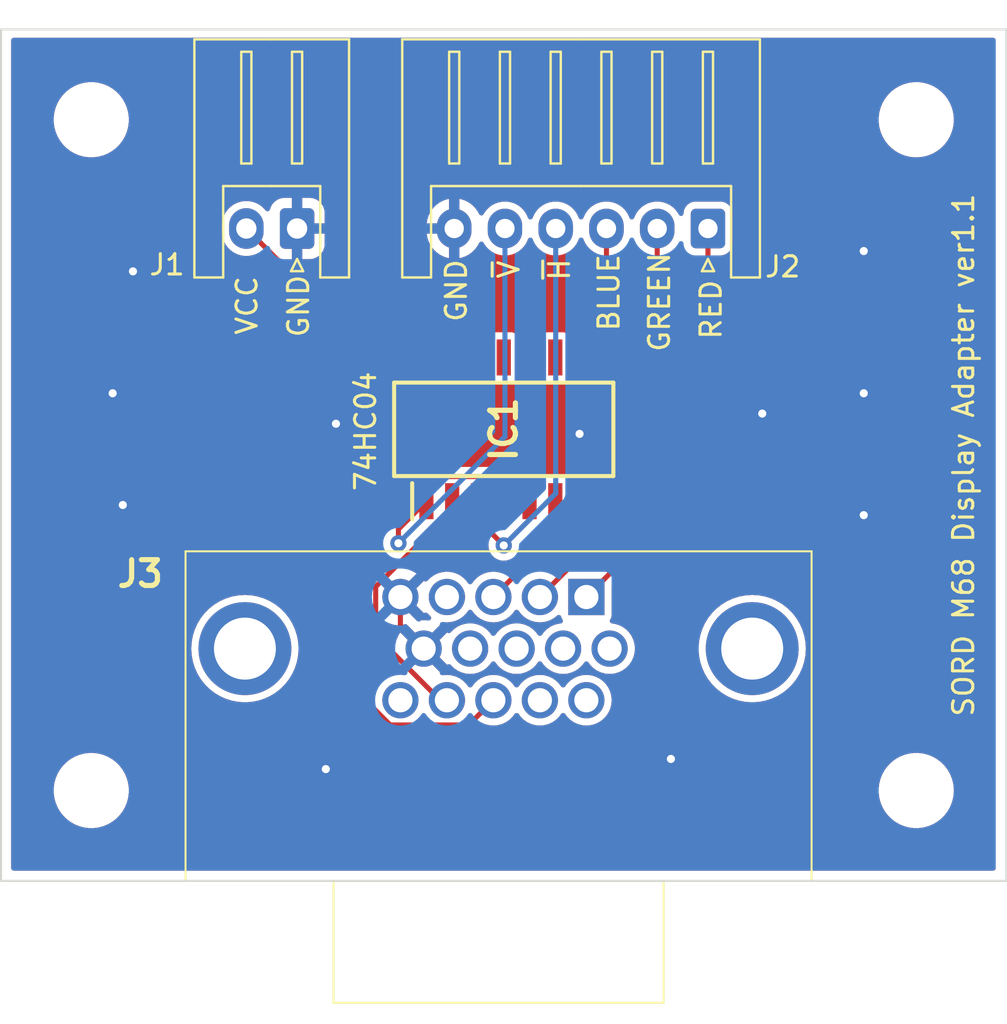
<source format=kicad_pcb>
(kicad_pcb (version 20240108) (generator "pcbnew") (generator_version "8.0")
  (layers (0 "F.Cu" signal) (31 "B.Cu" signal) (34 "B.Paste" user) (35 "F.Paste" user) (36 "B.SilkS" user "B.Silkscreen") (37 "F.SilkS" user "F.Silkscreen") (38 "B.Mask" user) (39 "F.Mask" user) (44 "Edge.Cuts" user))
  (net 0 "")
  (net 1 "Net-(IC1-1A)")
  (net 2 "/VSYNC")
  (net 3 "Net-(IC1-2A)")
  (net 4 "/HSYNC")
  (net 7 "GND")
  (net 14 "VCC")
  (net 15 "/RED")
  (net 16 "/GREEN")
  (net 17 "/BLUE")
  (footprint "MountingHole:MountingHole_3.2mm_M3" (layer "F.Cu") (at 54.445 145.555)
    (property "Reference" "MH" (hide yes))
    (property "Value" "MountingHole_3.2mm_M3" (hide yes))
    (pad "" np_thru_hole circle (at 0 0) (size 3.2 3.2) (drill 3.2) (layers "*.Cu" "*.Mask"))
  )
  (footprint "SamacSys_Parts:SOIC127P780X190-14N" (layer "F.Cu") (at 74.765 127.775 90)
    (property "Reference" "IC1" (at 0 0 90) (layer "F.SilkS") (effects (font (size 1.27 1.27) (thickness 0.254))))
    (property "Value" "TC74HC04AF_EL,F_" (hide yes))
    (fp_line (start 2.3 -5.4) (end 2.3 5.4) (stroke (width 0.2)) (layer "F.SilkS"))
    (fp_line (start -2.3 -5.4) (end 2.3 -5.4) (stroke (width 0.2)) (layer "F.SilkS"))
    (fp_line (start -4.425 -4.51) (end -2.65 -4.51) (stroke (width 0.2)) (layer "F.SilkS"))
    (fp_line (start 2.3 5.4) (end -2.3 5.4) (stroke (width 0.2)) (layer "F.SilkS"))
    (fp_line (start -2.3 5.4) (end -2.3 -5.4) (stroke (width 0.2)) (layer "F.SilkS"))
    (pad "1" smd rect (at -3.538 -3.81 180) (size 0.7 1.775) (layers "F.Cu" "F.Paste" "F.Mask") (net 1 "Net-(IC1-1A)"))
    (pad "2" smd rect (at -3.538 -2.54 180) (size 0.7 1.775) (layers "F.Cu" "F.Paste" "F.Mask") (net 2 "/VSYNC"))
    (pad "3" smd rect (at -3.538 -1.27 180) (size 0.7 1.775) (layers "F.Cu" "F.Paste" "F.Mask") (net 3 "Net-(IC1-2A)"))
    (pad "4" smd rect (at -3.538 0 180) (size 0.7 1.775) (layers "F.Cu" "F.Paste" "F.Mask") (net 4 "/HSYNC"))
    (pad "5" smd rect (at -3.538 1.27 180) (size 0.7 1.775) (layers "F.Cu" "F.Paste" "F.Mask"))
    (pad "6" smd rect (at -3.538 2.54 180) (size 0.7 1.775) (layers "F.Cu" "F.Paste" "F.Mask"))
    (pad "7" smd rect (at -3.538 3.81 180) (size 0.7 1.775) (layers "F.Cu" "F.Paste" "F.Mask") (net 7 "GND"))
    (pad "8" smd rect (at 3.538 3.81 180) (size 0.7 1.775) (layers "F.Cu" "F.Paste" "F.Mask"))
    (pad "9" smd rect (at 3.538 2.54 180) (size 0.7 1.775) (layers "F.Cu" "F.Paste" "F.Mask"))
    (pad "10" smd rect (at 3.538 1.27 180) (size 0.7 1.775) (layers "F.Cu" "F.Paste" "F.Mask"))
    (pad "11" smd rect (at 3.538 0 180) (size 0.7 1.775) (layers "F.Cu" "F.Paste" "F.Mask"))
    (pad "12" smd rect (at 3.538 -1.27 180) (size 0.7 1.775) (layers "F.Cu" "F.Paste" "F.Mask"))
    (pad "13" smd rect (at 3.538 -2.54 180) (size 0.7 1.775) (layers "F.Cu" "F.Paste" "F.Mask"))
    (pad "14" smd rect (at 3.538 -3.81 180) (size 0.7 1.775) (layers "F.Cu" "F.Paste" "F.Mask") (net 14 "VCC"))
  )
  (footprint "Connector_JST:JST_XH_S2B-XH-A_1x02_P2.50mm_Horizontal" (layer "F.Cu") (at 64.585 117.89 180)
    (property "Reference" "J1" (at 6.4062 -1.7824 0) (layer "F.SilkS"))
    (property "Value" "Conn_01x02")
    (fp_line (start 5.06 9.31) (end 5.06 -2.41) (stroke (width 0.12)) (layer "F.SilkS"))
    (fp_line (start 5.06 -2.41) (end 3.64 -2.41) (stroke (width 0.12)) (layer "F.SilkS"))
    (fp_line (start 3.64 2.09) (end 1.25 2.09) (stroke (width 0.12)) (layer "F.SilkS"))
    (fp_line (start 3.64 -2.41) (end 3.64 2.09) (stroke (width 0.12)) (layer "F.SilkS"))
    (fp_line (start 2.75 8.7) (end 2.75 3.2) (stroke (width 0.12)) (layer "F.SilkS"))
    (fp_line (start 2.75 3.2) (end 2.25 3.2) (stroke (width 0.12)) (layer "F.SilkS"))
    (fp_line (start 2.25 8.7) (end 2.75 8.7) (stroke (width 0.12)) (layer "F.SilkS"))
    (fp_line (start 2.25 3.2) (end 2.25 8.7) (stroke (width 0.12)) (layer "F.SilkS"))
    (fp_line (start 1.25 9.31) (end 5.06 9.31) (stroke (width 0.12)) (layer "F.SilkS"))
    (fp_line (start 1.25 9.31) (end -2.56 9.31) (stroke (width 0.12)) (layer "F.SilkS"))
    (fp_line (start 0.3 -2.1) (end 0 -1.5) (stroke (width 0.12)) (layer "F.SilkS"))
    (fp_line (start 0.25 8.7) (end 0.25 3.2) (stroke (width 0.12)) (layer "F.SilkS"))
    (fp_line (start 0.25 3.2) (end -0.25 3.2) (stroke (width 0.12)) (layer "F.SilkS"))
    (fp_line (start 0 -1.5) (end -0.3 -2.1) (stroke (width 0.12)) (layer "F.SilkS"))
    (fp_line (start -0.25 8.7) (end 0.25 8.7) (stroke (width 0.12)) (layer "F.SilkS"))
    (fp_line (start -0.25 3.2) (end -0.25 8.7) (stroke (width 0.12)) (layer "F.SilkS"))
    (fp_line (start -0.3 -2.1) (end 0.3 -2.1) (stroke (width 0.12)) (layer "F.SilkS"))
    (fp_line (start -1.14 2.09) (end 1.25 2.09) (stroke (width 0.12)) (layer "F.SilkS"))
    (fp_line (start -1.14 -2.41) (end -1.14 2.09) (stroke (width 0.12)) (layer "F.SilkS"))
    (fp_line (start -2.56 9.31) (end -2.56 -2.41) (stroke (width 0.12)) (layer "F.SilkS"))
    (fp_line (start -2.56 -2.41) (end -1.14 -2.41) (stroke (width 0.12)) (layer "F.SilkS"))
    (pad "1" thru_hole roundrect (at 0 0 180) (size 1.7 2) (drill 1) (layers "*.Cu" "*.Mask") (roundrect_rratio 0.1470588235) (net 7 "GND"))
    (pad "2" thru_hole oval (at 2.5 0 180) (size 1.7 2) (drill 1) (layers "*.Cu" "*.Mask") (net 14 "VCC"))
  )
  (footprint "Connector_JST:JST_XH_S6B-XH-A_1x06_P2.50mm_Horizontal" (layer "F.Cu") (at 84.825 117.89 180)
    (property "Reference" "J2" (at -3.6814 -1.884 0) (layer "F.SilkS"))
    (property "Value" "Conn_01x06")
    (fp_line (start 15.06 9.31) (end 15.06 -2.41) (stroke (width 0.12)) (layer "F.SilkS"))
    (fp_line (start 15.06 -2.41) (end 13.64 -2.41) (stroke (width 0.12)) (layer "F.SilkS"))
    (fp_line (start 13.64 2.09) (end 6.25 2.09) (stroke (width 0.12)) (layer "F.SilkS"))
    (fp_line (start 13.64 -2.41) (end 13.64 2.09) (stroke (width 0.12)) (layer "F.SilkS"))
    (fp_line (start 12.75 8.7) (end 12.75 3.2) (stroke (width 0.12)) (layer "F.SilkS"))
    (fp_line (start 12.75 3.2) (end 12.25 3.2) (stroke (width 0.12)) (layer "F.SilkS"))
    (fp_line (start 12.25 8.7) (end 12.75 8.7) (stroke (width 0.12)) (layer "F.SilkS"))
    (fp_line (start 12.25 3.2) (end 12.25 8.7) (stroke (width 0.12)) (layer "F.SilkS"))
    (fp_line (start 10.25 8.7) (end 10.25 3.2) (stroke (width 0.12)) (layer "F.SilkS"))
    (fp_line (start 10.25 3.2) (end 9.75 3.2) (stroke (width 0.12)) (layer "F.SilkS"))
    (fp_line (start 9.75 8.7) (end 10.25 8.7) (stroke (width 0.12)) (layer "F.SilkS"))
    (fp_line (start 9.75 3.2) (end 9.75 8.7) (stroke (width 0.12)) (layer "F.SilkS"))
    (fp_line (start 7.75 8.7) (end 7.75 3.2) (stroke (width 0.12)) (layer "F.SilkS"))
    (fp_line (start 7.75 3.2) (end 7.25 3.2) (stroke (width 0.12)) (layer "F.SilkS"))
    (fp_line (start 7.25 8.7) (end 7.75 8.7) (stroke (width 0.12)) (layer "F.SilkS"))
    (fp_line (start 7.25 3.2) (end 7.25 8.7) (stroke (width 0.12)) (layer "F.SilkS"))
    (fp_line (start 6.25 9.31) (end 15.06 9.31) (stroke (width 0.12)) (layer "F.SilkS"))
    (fp_line (start 6.25 9.31) (end -2.56 9.31) (stroke (width 0.12)) (layer "F.SilkS"))
    (fp_line (start 5.25 8.7) (end 5.25 3.2) (stroke (width 0.12)) (layer "F.SilkS"))
    (fp_line (start 5.25 3.2) (end 4.75 3.2) (stroke (width 0.12)) (layer "F.SilkS"))
    (fp_line (start 4.75 8.7) (end 5.25 8.7) (stroke (width 0.12)) (layer "F.SilkS"))
    (fp_line (start 4.75 3.2) (end 4.75 8.7) (stroke (width 0.12)) (layer "F.SilkS"))
    (fp_line (start 2.75 8.7) (end 2.75 3.2) (stroke (width 0.12)) (layer "F.SilkS"))
    (fp_line (start 2.75 3.2) (end 2.25 3.2) (stroke (width 0.12)) (layer "F.SilkS"))
    (fp_line (start 2.25 8.7) (end 2.75 8.7) (stroke (width 0.12)) (layer "F.SilkS"))
    (fp_line (start 2.25 3.2) (end 2.25 8.7) (stroke (width 0.12)) (layer "F.SilkS"))
    (fp_line (start 0.3 -2.1) (end 0 -1.5) (stroke (width 0.12)) (layer "F.SilkS"))
    (fp_line (start 0.25 8.7) (end 0.25 3.2) (stroke (width 0.12)) (layer "F.SilkS"))
    (fp_line (start 0.25 3.2) (end -0.25 3.2) (stroke (width 0.12)) (layer "F.SilkS"))
    (fp_line (start 0 -1.5) (end -0.3 -2.1) (stroke (width 0.12)) (layer "F.SilkS"))
    (fp_line (start -0.25 8.7) (end 0.25 8.7) (stroke (width 0.12)) (layer "F.SilkS"))
    (fp_line (start -0.25 3.2) (end -0.25 8.7) (stroke (width 0.12)) (layer "F.SilkS"))
    (fp_line (start -0.3 -2.1) (end 0.3 -2.1) (stroke (width 0.12)) (layer "F.SilkS"))
    (fp_line (start -1.14 2.09) (end 6.25 2.09) (stroke (width 0.12)) (layer "F.SilkS"))
    (fp_line (start -1.14 -2.41) (end -1.14 2.09) (stroke (width 0.12)) (layer "F.SilkS"))
    (fp_line (start -2.56 9.31) (end -2.56 -2.41) (stroke (width 0.12)) (layer "F.SilkS"))
    (fp_line (start -2.56 -2.41) (end -1.14 -2.41) (stroke (width 0.12)) (layer "F.SilkS"))
    (pad "1" thru_hole roundrect (at 0 0 180) (size 1.7 1.95) (drill 0.95) (layers "*.Cu" "*.Mask") (roundrect_rratio 0.1470588235) (net 15 "/RED"))
    (pad "2" thru_hole oval (at 2.5 0 180) (size 1.7 1.95) (drill 0.95) (layers "*.Cu" "*.Mask") (net 16 "/GREEN"))
    (pad "3" thru_hole oval (at 5 0 180) (size 1.7 1.95) (drill 0.95) (layers "*.Cu" "*.Mask") (net 17 "/BLUE"))
    (pad "4" thru_hole oval (at 7.5 0 180) (size 1.7 1.95) (drill 0.95) (layers "*.Cu" "*.Mask") (net 3 "Net-(IC1-2A)"))
    (pad "5" thru_hole oval (at 10 0 180) (size 1.7 1.95) (drill 0.95) (layers "*.Cu" "*.Mask") (net 1 "Net-(IC1-1A)"))
    (pad "6" thru_hole oval (at 12.5 0 180) (size 1.7 1.95) (drill 0.95) (layers "*.Cu" "*.Mask") (net 7 "GND"))
  )
  (footprint "MountingHole:MountingHole_3.2mm_M3" (layer "F.Cu") (at 54.445 112.535)
    (property "Reference" "MH" (hide yes))
    (property "Value" "MountingHole_3.2mm_M3" (hide yes))
    (pad "" np_thru_hole circle (at 0 0) (size 3.2 3.2) (drill 3.2) (layers "*.Cu" "*.Mask"))
  )
  (footprint "MountingHole:MountingHole_3.2mm_M3" (layer "F.Cu") (at 95.085 145.555)
    (property "Reference" "MH" (hide yes))
    (property "Value" "MountingHole_3.2mm_M3" (hide yes))
    (pad "" np_thru_hole circle (at 0 0) (size 3.2 3.2) (drill 3.2) (layers "*.Cu" "*.Mask"))
  )
  (footprint "MountingHole:MountingHole_3.2mm_M3" (layer "F.Cu") (at 95.085 112.535)
    (property "Reference" "MH" (hide yes))
    (property "Value" "MountingHole_3.2mm_M3" (hide yes))
    (pad "" np_thru_hole circle (at 0 0) (size 3.2 3.2) (drill 3.2) (layers "*.Cu" "*.Mask"))
  )
  (footprint "SamacSys_Parts:L77HDE15SD1CH4RHNVGA" (layer "F.Cu") (at 78.835 141.11)
    (property "Reference" "J3" (at -21.977 -6.223 0) (layer "F.SilkS") (effects (font (size 1.27 1.27) (thickness 0.254))))
    (property "Value" "L77HDE15SD1CH4RHNVGA" (hide yes))
    (fp_line (start -19.745 -7.33) (end -19.745 8.89) (stroke (width 0.1)) (layer "F.SilkS"))
    (fp_line (start -19.745 8.89) (end 11.095 8.89) (stroke (width 0.1)) (layer "F.SilkS"))
    (fp_line (start -12.455 8.89) (end 3.805 8.89) (stroke (width 0.1)) (layer "F.SilkS"))
    (fp_line (start -12.455 14.89) (end -12.455 8.89) (stroke (width 0.1)) (layer "F.SilkS"))
    (fp_line (start 3.805 8.89) (end 3.805 14.89) (stroke (width 0.1)) (layer "F.SilkS"))
    (fp_line (start 3.805 14.89) (end -12.455 14.89) (stroke (width 0.1)) (layer "F.SilkS"))
    (fp_line (start 11.095 -7.33) (end -19.745 -7.33) (stroke (width 0.1)) (layer "F.SilkS"))
    (fp_line (start 11.095 8.89) (end 11.095 -7.33) (stroke (width 0.1)) (layer "F.SilkS"))
    (pad "1" thru_hole rect (at 0 -5.08) (size 1.785 1.785) (drill 1.19) (layers "*.Cu" "*.Mask") (net 15 "/RED"))
    (pad "2" thru_hole circle (at -2.29 -5.08) (size 1.785 1.785) (drill 1.19) (layers "*.Cu" "*.Mask") (net 16 "/GREEN"))
    (pad "3" thru_hole circle (at -4.58 -5.08) (size 1.785 1.785) (drill 1.19) (layers "*.Cu" "*.Mask") (net 17 "/BLUE"))
    (pad "4" thru_hole circle (at -6.87 -5.08) (size 1.785 1.785) (drill 1.19) (layers "*.Cu" "*.Mask"))
    (pad "5" thru_hole circle (at -9.16 -5.08) (size 1.785 1.785) (drill 1.19) (layers "*.Cu" "*.Mask") (net 7 "GND"))
    (pad "6" thru_hole circle (at 1.145 -2.54) (size 1.785 1.785) (drill 1.19) (layers "*.Cu" "*.Mask"))
    (pad "7" thru_hole circle (at -1.145 -2.54) (size 1.785 1.785) (drill 1.19) (layers "*.Cu" "*.Mask"))
    (pad "8" thru_hole circle (at -3.435 -2.54) (size 1.785 1.785) (drill 1.19) (layers "*.Cu" "*.Mask"))
    (pad "9" thru_hole circle (at -5.725 -2.54) (size 1.785 1.785) (drill 1.19) (layers "*.Cu" "*.Mask"))
    (pad "10" thru_hole circle (at -8.015 -2.54) (size 1.785 1.785) (drill 1.19) (layers "*.Cu" "*.Mask") (net 7 "GND"))
    (pad "11" thru_hole circle (at 0 0) (size 1.785 1.785) (drill 1.19) (layers "*.Cu" "*.Mask"))
    (pad "12" thru_hole circle (at -2.29 0) (size 1.785 1.785) (drill 1.19) (layers "*.Cu" "*.Mask"))
    (pad "13" thru_hole circle (at -4.58 0) (size 1.785 1.785) (drill 1.19) (layers "*.Cu" "*.Mask") (net 4 "/HSYNC"))
    (pad "14" thru_hole circle (at -6.87 0) (size 1.785 1.785) (drill 1.19) (layers "*.Cu" "*.Mask") (net 2 "/VSYNC"))
    (pad "15" thru_hole circle (at -9.16 0) (size 1.785 1.785) (drill 1.19) (layers "*.Cu" "*.Mask"))
    (pad "MH1" thru_hole circle (at 8.17 -2.54) (size 4.575 4.575) (drill 3.05) (layers "*.Cu" "*.Mask"))
    (pad "MH2" thru_hole circle (at -16.82 -2.54) (size 4.575 4.575) (drill 3.05) (layers "*.Cu" "*.Mask"))
  )
  (gr_rect (start 50 108.09) (end 99.53 150) (stroke (width 0.1)) (fill none) (layer "Edge.Cuts"))
  (gr_text "SORD M68 Display Adapter ver1.1" (at 98 142 90) (layer "F.SilkS") (effects (font (size 1 1)) (justify left bottom)))
  (gr_text "BLUE" (at 80.5308 123.0252 90) (layer "F.SilkS") (effects (font (size 1 1)) (justify left bottom)))
  (gr_text "GREEN" (at 83.02 124.0412 90) (layer "F.SilkS") (effects (font (size 1 1)) (justify left bottom)))
  (gr_text "RED" (at 85.56 123.4316 90) (layer "F.SilkS") (effects (font (size 1 1)) (justify left bottom)))
  (gr_text "VCC" (at 62.7 123.203 90) (layer "F.SilkS") (effects (font (size 1 1)) (justify left bottom)))
  (gr_text "74HC04" (at 68.542 130.8992 90) (layer "F.SilkS") (effects (font (size 1 1)) (justify left bottom)))
  (gr_text "~{V}" (at 75.6032 120.4344 90) (layer "F.SilkS") (effects (font (size 1 1)) (justify left bottom)))
  (gr_text "~{H}" (at 78.0924 120.536 90) (layer "F.SilkS") (effects (font (size 1 1)) (justify left bottom)))
  (gr_text "GND" (at 65.24 123.33 90) (layer "F.SilkS") (effects (font (size 1 1)) (justify left bottom)))
  (gr_text "GND" (at 73.0124 122.568 90) (layer "F.SilkS") (effects (font (size 1 1)) (justify left bottom)))
  (segment (start 69.576798 132.691202) (end 70.955 131.313) (width 0.25) (layer "F.Cu") (net 1))
  (segment (start 69.576798 133.381798) (end 69.576798 132.691202) (width 0.25) (layer "F.Cu") (net 1))
  (via (at 69.576798 133.381798) (size 0.8) (drill 0.4) (layers "F.Cu" "B.Cu") (net 1))
  (segment (start 74.825 128.133596) (end 69.576798 133.381798) (width 0.25) (layer "B.Cu") (net 1))
  (segment (start 74.825 117.89) (end 74.825 128.133596) (width 0.25) (layer "B.Cu") (net 1))
  (segment (start 68.4575 137.929306) (end 68.4575 135.525694) (width 0.25) (layer "F.Cu") (net 2))
  (segment (start 68.4575 135.525694) (end 72.225 131.758194) (width 0.25) (layer "F.Cu") (net 2))
  (segment (start 71.965 141.11) (end 71.638194 141.11) (width 0.25) (layer "F.Cu") (net 2))
  (segment (start 72.225 131.758194) (end 72.225 131.313) (width 0.25) (layer "F.Cu") (net 2))
  (segment (start 71.638194 141.11) (end 68.4575 137.929306) (width 0.25) (layer "F.Cu") (net 2))
  (segment (start 74.765 133.49) (end 73.495 132.22) (width 0.25) (layer "F.Cu") (net 3))
  (segment (start 73.495 132.22) (end 73.495 131.313) (width 0.25) (layer "F.Cu") (net 3))
  (via (at 74.765 133.49) (size 0.8) (drill 0.4) (layers "F.Cu" "B.Cu") (net 3))
  (segment (start 77.325 130.93) (end 74.765 133.49) (width 0.25) (layer "B.Cu") (net 3))
  (segment (start 77.325 117.89) (end 77.325 130.93) (width 0.25) (layer "B.Cu") (net 3))
  (segment (start 73.0375 142.3275) (end 69.170694 142.3275) (width 0.25) (layer "F.Cu") (net 4))
  (segment (start 70.28 130.1005) (end 74.09 130.1005) (width 0.25) (layer "F.Cu") (net 4))
  (segment (start 74.765 130.7755) (end 74.765 131.313) (width 0.25) (layer "F.Cu") (net 4))
  (segment (start 74.09 130.1005) (end 74.765 130.7755) (width 0.25) (layer "F.Cu") (net 4))
  (segment (start 74.255 141.11) (end 73.0375 142.3275) (width 0.25) (layer "F.Cu") (net 4))
  (segment (start 68.0075 141.164306) (end 68.0075 132.373) (width 0.25) (layer "F.Cu") (net 4))
  (segment (start 69.170694 142.3275) (end 68.0075 141.164306) (width 0.25) (layer "F.Cu") (net 4))
  (segment (start 68.0075 132.373) (end 70.28 130.1005) (width 0.25) (layer "F.Cu") (net 4))
  (segment (start 69.675 137.425) (end 70.82 138.57) (width 0.25) (layer "F.Cu") (net 7))
  (segment (start 78.575 131.313) (end 78.575 128.075) (width 0.25) (layer "F.Cu") (net 7))
  (segment (start 69.675 136.03) (end 69.675 137.425) (width 0.25) (layer "F.Cu") (net 7))
  (segment (start 78.575 128.075) (end 78.5 128) (width 0.25) (layer "F.Cu") (net 7))
  (via (at 78.5 128) (size 0.8) (drill 0.4) (layers "F.Cu" "B.Cu") (net 7))
  (via (at 66 144.5) (size 0.8) (drill 0.4) (layers "F.Cu" "B.Cu") (net 7))
  (via (at 92.5 132) (size 0.8) (drill 0.4) (layers "F.Cu" "B.Cu") (net 7))
  (via (at 87.5 127) (size 0.8) (drill 0.4) (layers "F.Cu" "B.Cu") (net 7))
  (via (at 83 144) (size 0.8) (drill 0.4) (layers "F.Cu" "B.Cu") (net 7))
  (via (at 66.5 127.5) (size 0.8) (drill 0.4) (layers "F.Cu" "B.Cu") (net 7))
  (via (at 55.5 126) (size 0.8) (drill 0.4) (layers "F.Cu" "B.Cu") (net 7))
  (via (at 56.5 120) (size 0.8) (drill 0.4) (layers "F.Cu" "B.Cu") (net 7))
  (via (at 92.5 126) (size 0.8) (drill 0.4) (layers "F.Cu" "B.Cu") (net 7))
  (via (at 92.5 119) (size 0.8) (drill 0.4) (layers "F.Cu" "B.Cu") (net 7))
  (via (at 56 131.5) (size 0.8) (drill 0.4) (layers "F.Cu" "B.Cu") (net 7))
  (segment (start 62.085 117.89) (end 68.432 124.237) (width 0.25) (layer "F.Cu") (net 14))
  (segment (start 68.432 124.237) (end 70.955 124.237) (width 0.25) (layer "F.Cu") (net 14))
  (segment (start 84.825 130.04) (end 84.825 117.89) (width 0.25) (layer "F.Cu") (net 15))
  (segment (start 78.835 136.03) (end 84.825 130.04) (width 0.25) (layer "F.Cu") (net 15))
  (segment (start 76.545 136.03) (end 82.325 130.25) (width 0.25) (layer "F.Cu") (net 16))
  (segment (start 82.325 130.25) (end 82.325 117.89) (width 0.25) (layer "F.Cu") (net 16))
  (segment (start 79.25 132.5255) (end 79.825 131.9505) (width 0.25) (layer "F.Cu") (net 17))
  (segment (start 79.825 131.9505) (end 79.825 117.89) (width 0.25) (layer "F.Cu") (net 17))
  (segment (start 74.255 136.03) (end 77.7595 132.5255) (width 0.25) (layer "F.Cu") (net 17))
  (segment (start 77.7595 132.5255) (end 79.25 132.5255) (width 0.25) (layer "F.Cu") (net 17))
  (zone (net 7) (net_name "GND") (layers "F&B.Cu") (connect_pads (clearance 0.35)) (min_thickness 0.254) (fill yes (thermal_gap 0.508) (thermal_bridge_width 0.508))
    (polygon (pts (xy 50.5 149.5) (xy 99 149.5) (xy 99 108.5) (xy 50.5 108.5)))
  )
)
</source>
